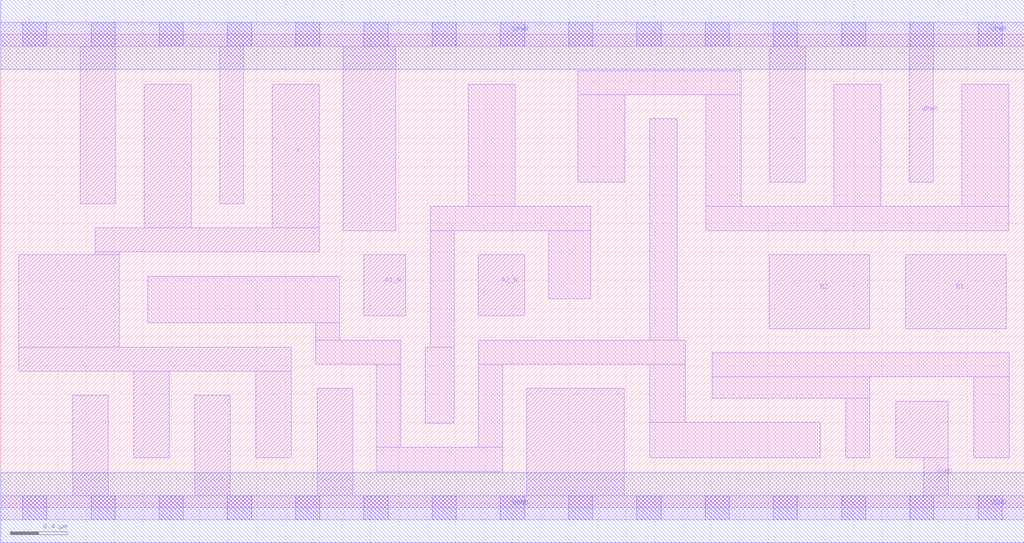
<source format=lef>
# Copyright 2020 The SkyWater PDK Authors
#
# Licensed under the Apache License, Version 2.0 (the "License");
# you may not use this file except in compliance with the License.
# You may obtain a copy of the License at
#
#     https://www.apache.org/licenses/LICENSE-2.0
#
# Unless required by applicable law or agreed to in writing, software
# distributed under the License is distributed on an "AS IS" BASIS,
# WITHOUT WARRANTIES OR CONDITIONS OF ANY KIND, either express or implied.
# See the License for the specific language governing permissions and
# limitations under the License.
#
# SPDX-License-Identifier: Apache-2.0

VERSION 5.7 ;
  NAMESCASESENSITIVE ON ;
  NOWIREEXTENSIONATPIN ON ;
  DIVIDERCHAR "/" ;
  BUSBITCHARS "[]" ;
UNITS
  DATABASE MICRONS 200 ;
END UNITS
MACRO sky130_fd_sc_ms__a2bb2o_4
  CLASS CORE ;
  SOURCE USER ;
  FOREIGN sky130_fd_sc_ms__a2bb2o_4 ;
  ORIGIN  0.000000  0.000000 ;
  SIZE  7.200000 BY  3.330000 ;
  SYMMETRY X Y ;
  SITE unit ;
  PIN A1_N
    ANTENNAGATEAREA  0.297600 ;
    DIRECTION INPUT ;
    USE SIGNAL ;
    PORT
      LAYER li1 ;
        RECT 2.555000 1.350000 2.850000 1.780000 ;
    END
  END A1_N
  PIN A2_N
    ANTENNAGATEAREA  0.297600 ;
    DIRECTION INPUT ;
    USE SIGNAL ;
    PORT
      LAYER li1 ;
        RECT 3.360000 1.350000 3.685000 1.780000 ;
    END
  END A2_N
  PIN B1
    ANTENNAGATEAREA  0.552000 ;
    DIRECTION INPUT ;
    USE SIGNAL ;
    PORT
      LAYER li1 ;
        RECT 6.365000 1.260000 7.075000 1.780000 ;
    END
  END B1
  PIN B2
    ANTENNAGATEAREA  0.552000 ;
    DIRECTION INPUT ;
    USE SIGNAL ;
    PORT
      LAYER li1 ;
        RECT 5.405000 1.260000 6.115000 1.780000 ;
    END
  END B2
  PIN X
    ANTENNADIFFAREA  1.019200 ;
    DIRECTION OUTPUT ;
    USE SIGNAL ;
    PORT
      LAYER li1 ;
        RECT 0.125000 0.960000 2.045000 1.130000 ;
        RECT 0.125000 1.130000 0.835000 1.780000 ;
        RECT 0.665000 1.780000 0.835000 1.800000 ;
        RECT 0.665000 1.800000 2.240000 1.970000 ;
        RECT 0.935000 0.350000 1.185000 0.960000 ;
        RECT 1.010000 1.970000 1.340000 2.980000 ;
        RECT 1.795000 0.350000 2.045000 0.960000 ;
        RECT 1.910000 1.970000 2.240000 2.980000 ;
    END
  END X
  PIN VGND
    DIRECTION INOUT ;
    USE GROUND ;
    PORT
      LAYER li1 ;
        RECT 0.000000 -0.085000 7.200000 0.085000 ;
        RECT 0.505000  0.085000 0.755000 0.790000 ;
        RECT 1.365000  0.085000 1.615000 0.790000 ;
        RECT 2.225000  0.085000 2.475000 0.840000 ;
        RECT 3.700000  0.085000 4.385000 0.840000 ;
        RECT 6.295000  0.350000 6.665000 0.750000 ;
        RECT 6.495000  0.085000 6.665000 0.350000 ;
      LAYER mcon ;
        RECT 0.155000 -0.085000 0.325000 0.085000 ;
        RECT 0.635000 -0.085000 0.805000 0.085000 ;
        RECT 1.115000 -0.085000 1.285000 0.085000 ;
        RECT 1.595000 -0.085000 1.765000 0.085000 ;
        RECT 2.075000 -0.085000 2.245000 0.085000 ;
        RECT 2.555000 -0.085000 2.725000 0.085000 ;
        RECT 3.035000 -0.085000 3.205000 0.085000 ;
        RECT 3.515000 -0.085000 3.685000 0.085000 ;
        RECT 3.995000 -0.085000 4.165000 0.085000 ;
        RECT 4.475000 -0.085000 4.645000 0.085000 ;
        RECT 4.955000 -0.085000 5.125000 0.085000 ;
        RECT 5.435000 -0.085000 5.605000 0.085000 ;
        RECT 5.915000 -0.085000 6.085000 0.085000 ;
        RECT 6.395000 -0.085000 6.565000 0.085000 ;
        RECT 6.875000 -0.085000 7.045000 0.085000 ;
      LAYER met1 ;
        RECT 0.000000 -0.245000 7.200000 0.245000 ;
    END
  END VGND
  PIN VPWR
    DIRECTION INOUT ;
    USE POWER ;
    PORT
      LAYER li1 ;
        RECT 0.000000 3.245000 7.200000 3.415000 ;
        RECT 0.560000 2.140000 0.810000 3.245000 ;
        RECT 1.540000 2.140000 1.710000 3.245000 ;
        RECT 2.410000 1.950000 2.780000 3.245000 ;
        RECT 5.410000 2.290000 5.660000 3.245000 ;
        RECT 6.390000 2.290000 6.560000 3.245000 ;
      LAYER mcon ;
        RECT 0.155000 3.245000 0.325000 3.415000 ;
        RECT 0.635000 3.245000 0.805000 3.415000 ;
        RECT 1.115000 3.245000 1.285000 3.415000 ;
        RECT 1.595000 3.245000 1.765000 3.415000 ;
        RECT 2.075000 3.245000 2.245000 3.415000 ;
        RECT 2.555000 3.245000 2.725000 3.415000 ;
        RECT 3.035000 3.245000 3.205000 3.415000 ;
        RECT 3.515000 3.245000 3.685000 3.415000 ;
        RECT 3.995000 3.245000 4.165000 3.415000 ;
        RECT 4.475000 3.245000 4.645000 3.415000 ;
        RECT 4.955000 3.245000 5.125000 3.415000 ;
        RECT 5.435000 3.245000 5.605000 3.415000 ;
        RECT 5.915000 3.245000 6.085000 3.415000 ;
        RECT 6.395000 3.245000 6.565000 3.415000 ;
        RECT 6.875000 3.245000 7.045000 3.415000 ;
      LAYER met1 ;
        RECT 0.000000 3.085000 7.200000 3.575000 ;
    END
  END VPWR
  OBS
    LAYER li1 ;
      RECT 1.035000 1.300000 2.385000 1.630000 ;
      RECT 2.215000 1.010000 2.815000 1.180000 ;
      RECT 2.215000 1.180000 2.385000 1.300000 ;
      RECT 2.645000 0.255000 3.530000 0.425000 ;
      RECT 2.645000 0.425000 2.815000 1.010000 ;
      RECT 2.985000 0.595000 3.190000 1.130000 ;
      RECT 3.020000 1.130000 3.190000 1.950000 ;
      RECT 3.020000 1.950000 4.150000 2.120000 ;
      RECT 3.290000 2.120000 3.620000 2.980000 ;
      RECT 3.360000 0.425000 3.530000 1.010000 ;
      RECT 3.360000 1.010000 4.815000 1.180000 ;
      RECT 3.855000 1.470000 4.150000 1.950000 ;
      RECT 4.060000 2.290000 4.390000 2.905000 ;
      RECT 4.060000 2.905000 5.210000 3.075000 ;
      RECT 4.565000 0.350000 5.765000 0.600000 ;
      RECT 4.565000 0.600000 4.815000 1.010000 ;
      RECT 4.565000 1.180000 4.760000 2.735000 ;
      RECT 4.960000 1.950000 7.090000 2.120000 ;
      RECT 4.960000 2.120000 5.210000 2.905000 ;
      RECT 5.005000 0.770000 6.115000 0.920000 ;
      RECT 5.005000 0.920000 7.095000 1.090000 ;
      RECT 5.860000 2.120000 6.190000 2.980000 ;
      RECT 5.945000 0.350000 6.115000 0.770000 ;
      RECT 6.760000 2.120000 7.090000 2.980000 ;
      RECT 6.845000 0.350000 7.095000 0.920000 ;
  END
END sky130_fd_sc_ms__a2bb2o_4

</source>
